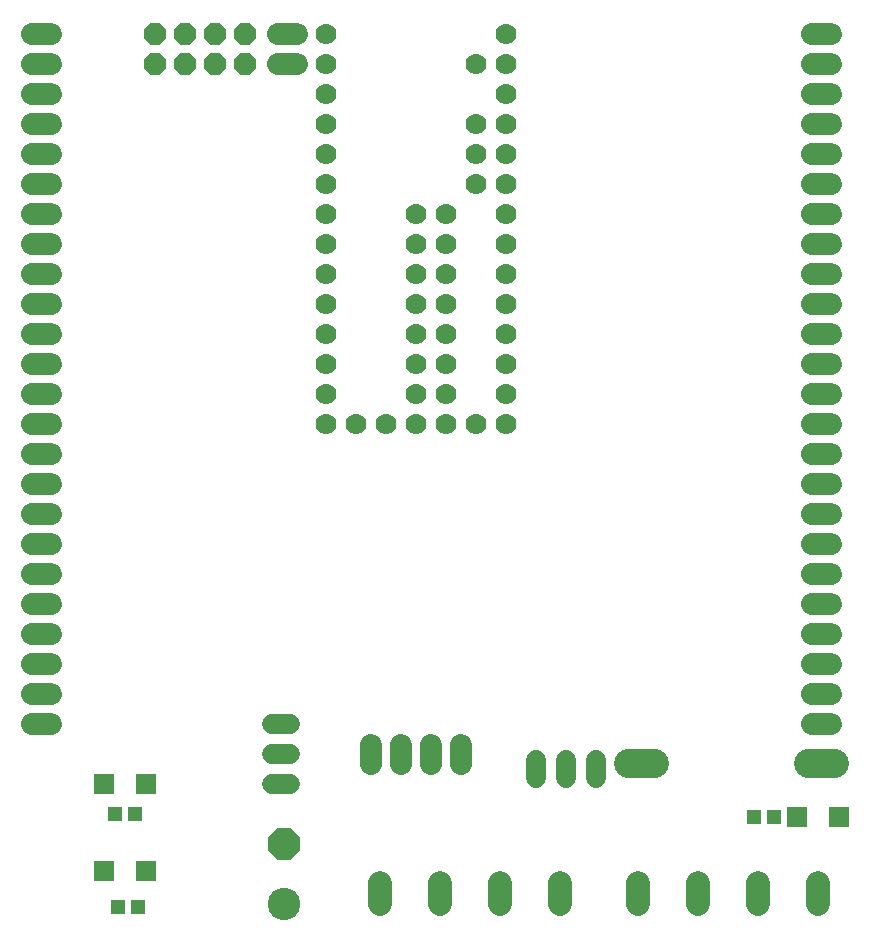
<source format=gbs>
G75*
%MOIN*%
%OFA0B0*%
%FSLAX24Y24*%
%IPPOS*%
%LPD*%
%AMOC8*
5,1,8,0,0,1.08239X$1,22.5*
%
%ADD10C,0.1080*%
%ADD11OC8,0.1080*%
%ADD12C,0.0965*%
%ADD13C,0.0680*%
%ADD14R,0.0671X0.0671*%
%ADD15R,0.0474X0.0513*%
%ADD16C,0.0720*%
%ADD17OC8,0.0720*%
%ADD18C,0.0700*%
%ADD19C,0.0790*%
D10*
X010050Y002400D03*
D11*
X010050Y004400D03*
D12*
X021508Y007100D02*
X022393Y007100D01*
X027508Y007100D02*
X028393Y007100D01*
D13*
X020450Y007200D02*
X020450Y006600D01*
X019450Y006600D02*
X019450Y007200D01*
X018450Y007200D02*
X018450Y006600D01*
X010250Y006400D02*
X009650Y006400D01*
X009650Y007400D02*
X010250Y007400D01*
X010250Y008400D02*
X009650Y008400D01*
D14*
X004061Y003500D03*
X005439Y003500D03*
X005439Y006400D03*
X004061Y006400D03*
X027161Y005300D03*
X028539Y005300D03*
D15*
X026385Y005300D03*
X025715Y005300D03*
X005185Y002300D03*
X004515Y002300D03*
X004415Y005400D03*
X005085Y005400D03*
D16*
X002270Y008400D02*
X001630Y008400D01*
X001630Y009400D02*
X002270Y009400D01*
X002270Y010400D02*
X001630Y010400D01*
X001630Y011400D02*
X002270Y011400D01*
X002270Y012400D02*
X001630Y012400D01*
X001630Y013400D02*
X002270Y013400D01*
X002270Y014400D02*
X001630Y014400D01*
X001630Y015400D02*
X002270Y015400D01*
X002270Y016400D02*
X001630Y016400D01*
X001630Y017400D02*
X002270Y017400D01*
X002270Y018400D02*
X001630Y018400D01*
X001630Y019400D02*
X002270Y019400D01*
X002270Y020400D02*
X001630Y020400D01*
X001630Y021400D02*
X002270Y021400D01*
X002270Y022400D02*
X001630Y022400D01*
X001630Y023400D02*
X002270Y023400D01*
X002270Y024400D02*
X001630Y024400D01*
X001630Y025400D02*
X002270Y025400D01*
X002270Y026400D02*
X001630Y026400D01*
X001630Y027400D02*
X002270Y027400D01*
X002270Y028400D02*
X001630Y028400D01*
X001630Y029400D02*
X002270Y029400D01*
X002270Y030400D02*
X001630Y030400D01*
X001630Y031400D02*
X002270Y031400D01*
X009830Y031400D02*
X010470Y031400D01*
X010470Y030400D02*
X009830Y030400D01*
X027630Y030400D02*
X028270Y030400D01*
X028270Y029400D02*
X027630Y029400D01*
X027630Y028400D02*
X028270Y028400D01*
X028270Y027400D02*
X027630Y027400D01*
X027630Y026400D02*
X028270Y026400D01*
X028270Y025400D02*
X027630Y025400D01*
X027630Y024400D02*
X028270Y024400D01*
X028270Y023400D02*
X027630Y023400D01*
X027630Y022400D02*
X028270Y022400D01*
X028270Y021400D02*
X027630Y021400D01*
X027630Y020400D02*
X028270Y020400D01*
X028270Y019400D02*
X027630Y019400D01*
X027630Y018400D02*
X028270Y018400D01*
X028270Y017400D02*
X027630Y017400D01*
X027630Y016400D02*
X028270Y016400D01*
X028270Y015400D02*
X027630Y015400D01*
X027630Y014400D02*
X028270Y014400D01*
X028270Y013400D02*
X027630Y013400D01*
X027630Y012400D02*
X028270Y012400D01*
X028270Y011400D02*
X027630Y011400D01*
X027630Y010400D02*
X028270Y010400D01*
X028270Y009400D02*
X027630Y009400D01*
X027630Y008400D02*
X028270Y008400D01*
X015950Y007720D02*
X015950Y007080D01*
X014950Y007080D02*
X014950Y007720D01*
X013950Y007720D02*
X013950Y007080D01*
X012950Y007080D02*
X012950Y007720D01*
X027630Y031400D02*
X028270Y031400D01*
D17*
X008750Y031400D03*
X008750Y030400D03*
X007750Y030400D03*
X006750Y030400D03*
X005750Y030400D03*
X005750Y031400D03*
X006750Y031400D03*
X007750Y031400D03*
D18*
X011450Y031400D03*
X011450Y030400D03*
X011450Y029400D03*
X011450Y028400D03*
X011450Y027400D03*
X011450Y026400D03*
X011450Y025400D03*
X011450Y024400D03*
X011450Y023400D03*
X011450Y022400D03*
X011450Y021400D03*
X011450Y020400D03*
X011450Y019400D03*
X011450Y018400D03*
X012450Y018400D03*
X013450Y018400D03*
X014450Y018400D03*
X014450Y019400D03*
X014450Y020400D03*
X014450Y021400D03*
X014450Y022400D03*
X014450Y023400D03*
X014450Y024400D03*
X014450Y025400D03*
X015450Y025400D03*
X015450Y024400D03*
X015450Y023400D03*
X015450Y022400D03*
X015450Y021400D03*
X015450Y020400D03*
X015450Y019400D03*
X015450Y018400D03*
X016450Y018400D03*
X017450Y018400D03*
X017450Y019400D03*
X017450Y020400D03*
X017450Y021400D03*
X017450Y022400D03*
X017450Y023400D03*
X017450Y024400D03*
X017450Y025400D03*
X017450Y026400D03*
X017450Y027400D03*
X017450Y028400D03*
X017450Y029400D03*
X017450Y030400D03*
X016450Y030400D03*
X017450Y031400D03*
X016450Y028400D03*
X016450Y027400D03*
X016450Y026400D03*
D19*
X017250Y003105D02*
X017250Y002395D01*
X019250Y002395D02*
X019250Y003105D01*
X021850Y003105D02*
X021850Y002395D01*
X023850Y002395D02*
X023850Y003105D01*
X025850Y003105D02*
X025850Y002395D01*
X027850Y002395D02*
X027850Y003105D01*
X015250Y003105D02*
X015250Y002395D01*
X013250Y002395D02*
X013250Y003105D01*
M02*

</source>
